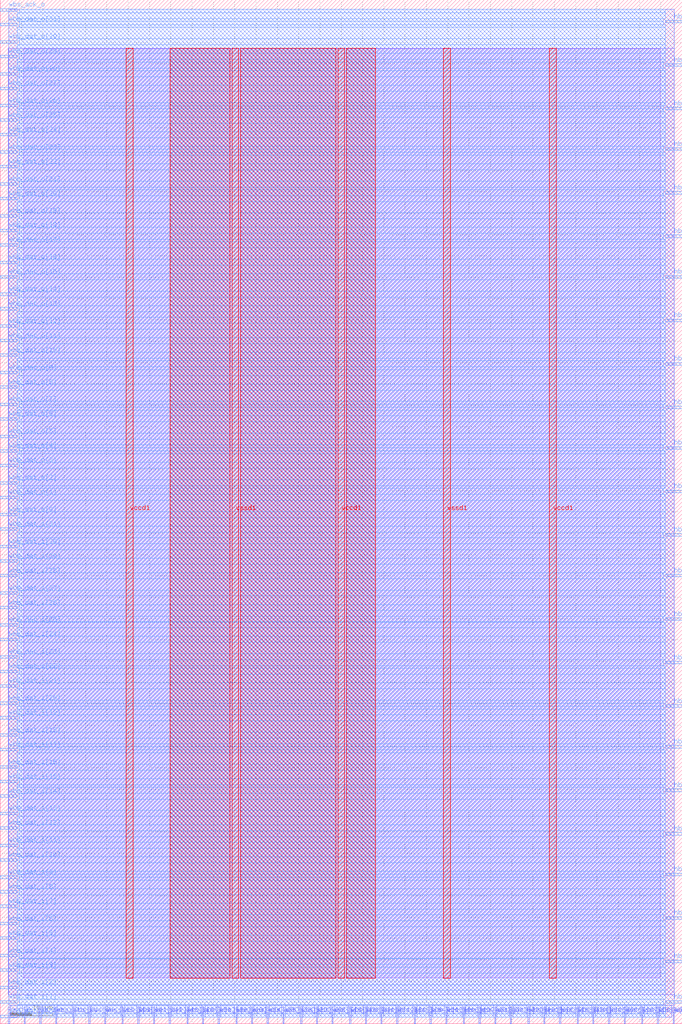
<source format=lef>
VERSION 5.7 ;
  NOWIREEXTENSIONATPIN ON ;
  DIVIDERCHAR "/" ;
  BUSBITCHARS "[]" ;
MACRO wb_hyperram
  CLASS BLOCK ;
  FOREIGN wb_hyperram ;
  ORIGIN 0.000 0.000 ;
  SIZE 160.000 BY 240.000 ;
  PIN hb_clk_o
    DIRECTION OUTPUT TRISTATE ;
    USE SIGNAL ;
    PORT
      LAYER met3 ;
        RECT 156.000 24.520 160.000 25.120 ;
    END
  END hb_clk_o
  PIN hb_clkn_o
    DIRECTION OUTPUT TRISTATE ;
    USE SIGNAL ;
    PORT
      LAYER met3 ;
        RECT 156.000 34.720 160.000 35.320 ;
    END
  END hb_clkn_o
  PIN hb_csn_o
    DIRECTION OUTPUT TRISTATE ;
    USE SIGNAL ;
    PORT
      LAYER met3 ;
        RECT 156.000 14.320 160.000 14.920 ;
    END
  END hb_csn_o
  PIN hb_dq_i[0]
    DIRECTION INPUT ;
    USE SIGNAL ;
    PORT
      LAYER met3 ;
        RECT 156.000 164.600 160.000 165.200 ;
    END
  END hb_dq_i[0]
  PIN hb_dq_i[1]
    DIRECTION INPUT ;
    USE SIGNAL ;
    PORT
      LAYER met3 ;
        RECT 156.000 174.800 160.000 175.400 ;
    END
  END hb_dq_i[1]
  PIN hb_dq_i[2]
    DIRECTION INPUT ;
    USE SIGNAL ;
    PORT
      LAYER met3 ;
        RECT 156.000 184.320 160.000 184.920 ;
    END
  END hb_dq_i[2]
  PIN hb_dq_i[3]
    DIRECTION INPUT ;
    USE SIGNAL ;
    PORT
      LAYER met3 ;
        RECT 156.000 194.520 160.000 195.120 ;
    END
  END hb_dq_i[3]
  PIN hb_dq_i[4]
    DIRECTION INPUT ;
    USE SIGNAL ;
    PORT
      LAYER met3 ;
        RECT 156.000 204.720 160.000 205.320 ;
    END
  END hb_dq_i[4]
  PIN hb_dq_i[5]
    DIRECTION INPUT ;
    USE SIGNAL ;
    PORT
      LAYER met3 ;
        RECT 156.000 214.240 160.000 214.840 ;
    END
  END hb_dq_i[5]
  PIN hb_dq_i[6]
    DIRECTION INPUT ;
    USE SIGNAL ;
    PORT
      LAYER met3 ;
        RECT 156.000 224.440 160.000 225.040 ;
    END
  END hb_dq_i[6]
  PIN hb_dq_i[7]
    DIRECTION INPUT ;
    USE SIGNAL ;
    PORT
      LAYER met3 ;
        RECT 156.000 234.640 160.000 235.240 ;
    END
  END hb_dq_i[7]
  PIN hb_dq_o[0]
    DIRECTION OUTPUT TRISTATE ;
    USE SIGNAL ;
    PORT
      LAYER met3 ;
        RECT 156.000 74.160 160.000 74.760 ;
    END
  END hb_dq_o[0]
  PIN hb_dq_o[1]
    DIRECTION OUTPUT TRISTATE ;
    USE SIGNAL ;
    PORT
      LAYER met3 ;
        RECT 156.000 84.360 160.000 84.960 ;
    END
  END hb_dq_o[1]
  PIN hb_dq_o[2]
    DIRECTION OUTPUT TRISTATE ;
    USE SIGNAL ;
    PORT
      LAYER met3 ;
        RECT 156.000 94.560 160.000 95.160 ;
    END
  END hb_dq_o[2]
  PIN hb_dq_o[3]
    DIRECTION OUTPUT TRISTATE ;
    USE SIGNAL ;
    PORT
      LAYER met3 ;
        RECT 156.000 104.760 160.000 105.360 ;
    END
  END hb_dq_o[3]
  PIN hb_dq_o[4]
    DIRECTION OUTPUT TRISTATE ;
    USE SIGNAL ;
    PORT
      LAYER met3 ;
        RECT 156.000 114.280 160.000 114.880 ;
    END
  END hb_dq_o[4]
  PIN hb_dq_o[5]
    DIRECTION OUTPUT TRISTATE ;
    USE SIGNAL ;
    PORT
      LAYER met3 ;
        RECT 156.000 124.480 160.000 125.080 ;
    END
  END hb_dq_o[5]
  PIN hb_dq_o[6]
    DIRECTION OUTPUT TRISTATE ;
    USE SIGNAL ;
    PORT
      LAYER met3 ;
        RECT 156.000 134.680 160.000 135.280 ;
    END
  END hb_dq_o[6]
  PIN hb_dq_o[7]
    DIRECTION OUTPUT TRISTATE ;
    USE SIGNAL ;
    PORT
      LAYER met3 ;
        RECT 156.000 144.200 160.000 144.800 ;
    END
  END hb_dq_o[7]
  PIN hb_dq_oen
    DIRECTION OUTPUT TRISTATE ;
    USE SIGNAL ;
    PORT
      LAYER met3 ;
        RECT 156.000 64.640 160.000 65.240 ;
    END
  END hb_dq_oen
  PIN hb_rstn_o
    DIRECTION OUTPUT TRISTATE ;
    USE SIGNAL ;
    PORT
      LAYER met3 ;
        RECT 156.000 4.800 160.000 5.400 ;
    END
  END hb_rstn_o
  PIN hb_rwds_i
    DIRECTION INPUT ;
    USE SIGNAL ;
    PORT
      LAYER met3 ;
        RECT 156.000 154.400 160.000 155.000 ;
    END
  END hb_rwds_i
  PIN hb_rwds_o
    DIRECTION OUTPUT TRISTATE ;
    USE SIGNAL ;
    PORT
      LAYER met3 ;
        RECT 156.000 44.240 160.000 44.840 ;
    END
  END hb_rwds_o
  PIN hb_rwds_oen
    DIRECTION OUTPUT TRISTATE ;
    USE SIGNAL ;
    PORT
      LAYER met3 ;
        RECT 156.000 54.440 160.000 55.040 ;
    END
  END hb_rwds_oen
  PIN rst_i
    DIRECTION INPUT ;
    USE SIGNAL ;
    PORT
      LAYER met2 ;
        RECT 1.930 0.000 2.210 4.000 ;
    END
  END rst_i
  PIN vccd1
    DIRECTION INPUT ;
    USE POWER ;
    PORT
      LAYER met4 ;
        RECT 29.545 10.640 31.145 228.720 ;
    END
    PORT
      LAYER met4 ;
        RECT 79.195 10.640 80.795 228.720 ;
    END
    PORT
      LAYER met4 ;
        RECT 128.850 10.640 130.450 228.720 ;
    END
  END vccd1
  PIN vssd1
    DIRECTION INPUT ;
    USE GROUND ;
    PORT
      LAYER met4 ;
        RECT 54.370 10.640 55.970 228.720 ;
    END
    PORT
      LAYER met4 ;
        RECT 104.025 10.640 105.625 228.720 ;
    END
  END vssd1
  PIN wb_clk_i
    DIRECTION INPUT ;
    USE SIGNAL ;
    PORT
      LAYER met2 ;
        RECT 5.610 0.000 5.890 4.000 ;
    END
  END wb_clk_i
  PIN wb_rst_i
    DIRECTION INPUT ;
    USE SIGNAL ;
    PORT
      LAYER met2 ;
        RECT 9.290 0.000 9.570 4.000 ;
    END
  END wb_rst_i
  PIN wbs_ack_o
    DIRECTION OUTPUT TRISTATE ;
    USE SIGNAL ;
    PORT
      LAYER met3 ;
        RECT 0.000 237.360 4.000 237.960 ;
    END
  END wbs_ack_o
  PIN wbs_adr_i[0]
    DIRECTION INPUT ;
    USE SIGNAL ;
    PORT
      LAYER met2 ;
        RECT 39.650 0.000 39.930 4.000 ;
    END
  END wbs_adr_i[0]
  PIN wbs_adr_i[10]
    DIRECTION INPUT ;
    USE SIGNAL ;
    PORT
      LAYER met2 ;
        RECT 77.830 0.000 78.110 4.000 ;
    END
  END wbs_adr_i[10]
  PIN wbs_adr_i[11]
    DIRECTION INPUT ;
    USE SIGNAL ;
    PORT
      LAYER met2 ;
        RECT 81.970 0.000 82.250 4.000 ;
    END
  END wbs_adr_i[11]
  PIN wbs_adr_i[12]
    DIRECTION INPUT ;
    USE SIGNAL ;
    PORT
      LAYER met2 ;
        RECT 85.650 0.000 85.930 4.000 ;
    END
  END wbs_adr_i[12]
  PIN wbs_adr_i[13]
    DIRECTION INPUT ;
    USE SIGNAL ;
    PORT
      LAYER met2 ;
        RECT 89.330 0.000 89.610 4.000 ;
    END
  END wbs_adr_i[13]
  PIN wbs_adr_i[14]
    DIRECTION INPUT ;
    USE SIGNAL ;
    PORT
      LAYER met2 ;
        RECT 93.010 0.000 93.290 4.000 ;
    END
  END wbs_adr_i[14]
  PIN wbs_adr_i[15]
    DIRECTION INPUT ;
    USE SIGNAL ;
    PORT
      LAYER met2 ;
        RECT 97.150 0.000 97.430 4.000 ;
    END
  END wbs_adr_i[15]
  PIN wbs_adr_i[16]
    DIRECTION INPUT ;
    USE SIGNAL ;
    PORT
      LAYER met2 ;
        RECT 100.830 0.000 101.110 4.000 ;
    END
  END wbs_adr_i[16]
  PIN wbs_adr_i[17]
    DIRECTION INPUT ;
    USE SIGNAL ;
    PORT
      LAYER met2 ;
        RECT 104.510 0.000 104.790 4.000 ;
    END
  END wbs_adr_i[17]
  PIN wbs_adr_i[18]
    DIRECTION INPUT ;
    USE SIGNAL ;
    PORT
      LAYER met2 ;
        RECT 108.650 0.000 108.930 4.000 ;
    END
  END wbs_adr_i[18]
  PIN wbs_adr_i[19]
    DIRECTION INPUT ;
    USE SIGNAL ;
    PORT
      LAYER met2 ;
        RECT 112.330 0.000 112.610 4.000 ;
    END
  END wbs_adr_i[19]
  PIN wbs_adr_i[1]
    DIRECTION INPUT ;
    USE SIGNAL ;
    PORT
      LAYER met2 ;
        RECT 43.790 0.000 44.070 4.000 ;
    END
  END wbs_adr_i[1]
  PIN wbs_adr_i[20]
    DIRECTION INPUT ;
    USE SIGNAL ;
    PORT
      LAYER met2 ;
        RECT 116.010 0.000 116.290 4.000 ;
    END
  END wbs_adr_i[20]
  PIN wbs_adr_i[21]
    DIRECTION INPUT ;
    USE SIGNAL ;
    PORT
      LAYER met2 ;
        RECT 119.690 0.000 119.970 4.000 ;
    END
  END wbs_adr_i[21]
  PIN wbs_adr_i[22]
    DIRECTION INPUT ;
    USE SIGNAL ;
    PORT
      LAYER met2 ;
        RECT 123.830 0.000 124.110 4.000 ;
    END
  END wbs_adr_i[22]
  PIN wbs_adr_i[23]
    DIRECTION INPUT ;
    USE SIGNAL ;
    PORT
      LAYER met2 ;
        RECT 127.510 0.000 127.790 4.000 ;
    END
  END wbs_adr_i[23]
  PIN wbs_adr_i[24]
    DIRECTION INPUT ;
    USE SIGNAL ;
    PORT
      LAYER met2 ;
        RECT 131.190 0.000 131.470 4.000 ;
    END
  END wbs_adr_i[24]
  PIN wbs_adr_i[25]
    DIRECTION INPUT ;
    USE SIGNAL ;
    PORT
      LAYER met2 ;
        RECT 135.330 0.000 135.610 4.000 ;
    END
  END wbs_adr_i[25]
  PIN wbs_adr_i[26]
    DIRECTION INPUT ;
    USE SIGNAL ;
    PORT
      LAYER met2 ;
        RECT 139.010 0.000 139.290 4.000 ;
    END
  END wbs_adr_i[26]
  PIN wbs_adr_i[27]
    DIRECTION INPUT ;
    USE SIGNAL ;
    PORT
      LAYER met2 ;
        RECT 142.690 0.000 142.970 4.000 ;
    END
  END wbs_adr_i[27]
  PIN wbs_adr_i[28]
    DIRECTION INPUT ;
    USE SIGNAL ;
    PORT
      LAYER met2 ;
        RECT 146.370 0.000 146.650 4.000 ;
    END
  END wbs_adr_i[28]
  PIN wbs_adr_i[29]
    DIRECTION INPUT ;
    USE SIGNAL ;
    PORT
      LAYER met2 ;
        RECT 150.510 0.000 150.790 4.000 ;
    END
  END wbs_adr_i[29]
  PIN wbs_adr_i[2]
    DIRECTION INPUT ;
    USE SIGNAL ;
    PORT
      LAYER met2 ;
        RECT 47.470 0.000 47.750 4.000 ;
    END
  END wbs_adr_i[2]
  PIN wbs_adr_i[30]
    DIRECTION INPUT ;
    USE SIGNAL ;
    PORT
      LAYER met2 ;
        RECT 154.190 0.000 154.470 4.000 ;
    END
  END wbs_adr_i[30]
  PIN wbs_adr_i[31]
    DIRECTION INPUT ;
    USE SIGNAL ;
    PORT
      LAYER met2 ;
        RECT 157.870 0.000 158.150 4.000 ;
    END
  END wbs_adr_i[31]
  PIN wbs_adr_i[3]
    DIRECTION INPUT ;
    USE SIGNAL ;
    PORT
      LAYER met2 ;
        RECT 51.150 0.000 51.430 4.000 ;
    END
  END wbs_adr_i[3]
  PIN wbs_adr_i[4]
    DIRECTION INPUT ;
    USE SIGNAL ;
    PORT
      LAYER met2 ;
        RECT 55.290 0.000 55.570 4.000 ;
    END
  END wbs_adr_i[4]
  PIN wbs_adr_i[5]
    DIRECTION INPUT ;
    USE SIGNAL ;
    PORT
      LAYER met2 ;
        RECT 58.970 0.000 59.250 4.000 ;
    END
  END wbs_adr_i[5]
  PIN wbs_adr_i[6]
    DIRECTION INPUT ;
    USE SIGNAL ;
    PORT
      LAYER met2 ;
        RECT 62.650 0.000 62.930 4.000 ;
    END
  END wbs_adr_i[6]
  PIN wbs_adr_i[7]
    DIRECTION INPUT ;
    USE SIGNAL ;
    PORT
      LAYER met2 ;
        RECT 66.330 0.000 66.610 4.000 ;
    END
  END wbs_adr_i[7]
  PIN wbs_adr_i[8]
    DIRECTION INPUT ;
    USE SIGNAL ;
    PORT
      LAYER met2 ;
        RECT 70.470 0.000 70.750 4.000 ;
    END
  END wbs_adr_i[8]
  PIN wbs_adr_i[9]
    DIRECTION INPUT ;
    USE SIGNAL ;
    PORT
      LAYER met2 ;
        RECT 74.150 0.000 74.430 4.000 ;
    END
  END wbs_adr_i[9]
  PIN wbs_cyc_i
    DIRECTION INPUT ;
    USE SIGNAL ;
    PORT
      LAYER met2 ;
        RECT 17.110 0.000 17.390 4.000 ;
    END
  END wbs_cyc_i
  PIN wbs_dat_i[0]
    DIRECTION INPUT ;
    USE SIGNAL ;
    PORT
      LAYER met3 ;
        RECT 0.000 1.400 4.000 2.000 ;
    END
  END wbs_dat_i[0]
  PIN wbs_dat_i[10]
    DIRECTION INPUT ;
    USE SIGNAL ;
    PORT
      LAYER met3 ;
        RECT 0.000 38.120 4.000 38.720 ;
    END
  END wbs_dat_i[10]
  PIN wbs_dat_i[11]
    DIRECTION INPUT ;
    USE SIGNAL ;
    PORT
      LAYER met3 ;
        RECT 0.000 41.520 4.000 42.120 ;
    END
  END wbs_dat_i[11]
  PIN wbs_dat_i[12]
    DIRECTION INPUT ;
    USE SIGNAL ;
    PORT
      LAYER met3 ;
        RECT 0.000 45.600 4.000 46.200 ;
    END
  END wbs_dat_i[12]
  PIN wbs_dat_i[13]
    DIRECTION INPUT ;
    USE SIGNAL ;
    PORT
      LAYER met3 ;
        RECT 0.000 49.000 4.000 49.600 ;
    END
  END wbs_dat_i[13]
  PIN wbs_dat_i[14]
    DIRECTION INPUT ;
    USE SIGNAL ;
    PORT
      LAYER met3 ;
        RECT 0.000 53.080 4.000 53.680 ;
    END
  END wbs_dat_i[14]
  PIN wbs_dat_i[15]
    DIRECTION INPUT ;
    USE SIGNAL ;
    PORT
      LAYER met3 ;
        RECT 0.000 56.480 4.000 57.080 ;
    END
  END wbs_dat_i[15]
  PIN wbs_dat_i[16]
    DIRECTION INPUT ;
    USE SIGNAL ;
    PORT
      LAYER met3 ;
        RECT 0.000 59.880 4.000 60.480 ;
    END
  END wbs_dat_i[16]
  PIN wbs_dat_i[17]
    DIRECTION INPUT ;
    USE SIGNAL ;
    PORT
      LAYER met3 ;
        RECT 0.000 63.960 4.000 64.560 ;
    END
  END wbs_dat_i[17]
  PIN wbs_dat_i[18]
    DIRECTION INPUT ;
    USE SIGNAL ;
    PORT
      LAYER met3 ;
        RECT 0.000 67.360 4.000 67.960 ;
    END
  END wbs_dat_i[18]
  PIN wbs_dat_i[19]
    DIRECTION INPUT ;
    USE SIGNAL ;
    PORT
      LAYER met3 ;
        RECT 0.000 71.440 4.000 72.040 ;
    END
  END wbs_dat_i[19]
  PIN wbs_dat_i[1]
    DIRECTION INPUT ;
    USE SIGNAL ;
    PORT
      LAYER met3 ;
        RECT 0.000 4.800 4.000 5.400 ;
    END
  END wbs_dat_i[1]
  PIN wbs_dat_i[20]
    DIRECTION INPUT ;
    USE SIGNAL ;
    PORT
      LAYER met3 ;
        RECT 0.000 74.840 4.000 75.440 ;
    END
  END wbs_dat_i[20]
  PIN wbs_dat_i[21]
    DIRECTION INPUT ;
    USE SIGNAL ;
    PORT
      LAYER met3 ;
        RECT 0.000 78.920 4.000 79.520 ;
    END
  END wbs_dat_i[21]
  PIN wbs_dat_i[22]
    DIRECTION INPUT ;
    USE SIGNAL ;
    PORT
      LAYER met3 ;
        RECT 0.000 82.320 4.000 82.920 ;
    END
  END wbs_dat_i[22]
  PIN wbs_dat_i[23]
    DIRECTION INPUT ;
    USE SIGNAL ;
    PORT
      LAYER met3 ;
        RECT 0.000 85.720 4.000 86.320 ;
    END
  END wbs_dat_i[23]
  PIN wbs_dat_i[24]
    DIRECTION INPUT ;
    USE SIGNAL ;
    PORT
      LAYER met3 ;
        RECT 0.000 89.800 4.000 90.400 ;
    END
  END wbs_dat_i[24]
  PIN wbs_dat_i[25]
    DIRECTION INPUT ;
    USE SIGNAL ;
    PORT
      LAYER met3 ;
        RECT 0.000 93.200 4.000 93.800 ;
    END
  END wbs_dat_i[25]
  PIN wbs_dat_i[26]
    DIRECTION INPUT ;
    USE SIGNAL ;
    PORT
      LAYER met3 ;
        RECT 0.000 97.280 4.000 97.880 ;
    END
  END wbs_dat_i[26]
  PIN wbs_dat_i[27]
    DIRECTION INPUT ;
    USE SIGNAL ;
    PORT
      LAYER met3 ;
        RECT 0.000 100.680 4.000 101.280 ;
    END
  END wbs_dat_i[27]
  PIN wbs_dat_i[28]
    DIRECTION INPUT ;
    USE SIGNAL ;
    PORT
      LAYER met3 ;
        RECT 0.000 104.760 4.000 105.360 ;
    END
  END wbs_dat_i[28]
  PIN wbs_dat_i[29]
    DIRECTION INPUT ;
    USE SIGNAL ;
    PORT
      LAYER met3 ;
        RECT 0.000 108.160 4.000 108.760 ;
    END
  END wbs_dat_i[29]
  PIN wbs_dat_i[2]
    DIRECTION INPUT ;
    USE SIGNAL ;
    PORT
      LAYER met3 ;
        RECT 0.000 8.200 4.000 8.800 ;
    END
  END wbs_dat_i[2]
  PIN wbs_dat_i[30]
    DIRECTION INPUT ;
    USE SIGNAL ;
    PORT
      LAYER met3 ;
        RECT 0.000 111.560 4.000 112.160 ;
    END
  END wbs_dat_i[30]
  PIN wbs_dat_i[31]
    DIRECTION INPUT ;
    USE SIGNAL ;
    PORT
      LAYER met3 ;
        RECT 0.000 115.640 4.000 116.240 ;
    END
  END wbs_dat_i[31]
  PIN wbs_dat_i[3]
    DIRECTION INPUT ;
    USE SIGNAL ;
    PORT
      LAYER met3 ;
        RECT 0.000 12.280 4.000 12.880 ;
    END
  END wbs_dat_i[3]
  PIN wbs_dat_i[4]
    DIRECTION INPUT ;
    USE SIGNAL ;
    PORT
      LAYER met3 ;
        RECT 0.000 15.680 4.000 16.280 ;
    END
  END wbs_dat_i[4]
  PIN wbs_dat_i[5]
    DIRECTION INPUT ;
    USE SIGNAL ;
    PORT
      LAYER met3 ;
        RECT 0.000 19.760 4.000 20.360 ;
    END
  END wbs_dat_i[5]
  PIN wbs_dat_i[6]
    DIRECTION INPUT ;
    USE SIGNAL ;
    PORT
      LAYER met3 ;
        RECT 0.000 23.160 4.000 23.760 ;
    END
  END wbs_dat_i[6]
  PIN wbs_dat_i[7]
    DIRECTION INPUT ;
    USE SIGNAL ;
    PORT
      LAYER met3 ;
        RECT 0.000 27.240 4.000 27.840 ;
    END
  END wbs_dat_i[7]
  PIN wbs_dat_i[8]
    DIRECTION INPUT ;
    USE SIGNAL ;
    PORT
      LAYER met3 ;
        RECT 0.000 30.640 4.000 31.240 ;
    END
  END wbs_dat_i[8]
  PIN wbs_dat_i[9]
    DIRECTION INPUT ;
    USE SIGNAL ;
    PORT
      LAYER met3 ;
        RECT 0.000 34.040 4.000 34.640 ;
    END
  END wbs_dat_i[9]
  PIN wbs_dat_o[0]
    DIRECTION OUTPUT TRISTATE ;
    USE SIGNAL ;
    PORT
      LAYER met3 ;
        RECT 0.000 119.040 4.000 119.640 ;
    END
  END wbs_dat_o[0]
  PIN wbs_dat_o[10]
    DIRECTION OUTPUT TRISTATE ;
    USE SIGNAL ;
    PORT
      LAYER met3 ;
        RECT 0.000 156.440 4.000 157.040 ;
    END
  END wbs_dat_o[10]
  PIN wbs_dat_o[11]
    DIRECTION OUTPUT TRISTATE ;
    USE SIGNAL ;
    PORT
      LAYER met3 ;
        RECT 0.000 159.840 4.000 160.440 ;
    END
  END wbs_dat_o[11]
  PIN wbs_dat_o[12]
    DIRECTION OUTPUT TRISTATE ;
    USE SIGNAL ;
    PORT
      LAYER met3 ;
        RECT 0.000 163.240 4.000 163.840 ;
    END
  END wbs_dat_o[12]
  PIN wbs_dat_o[13]
    DIRECTION OUTPUT TRISTATE ;
    USE SIGNAL ;
    PORT
      LAYER met3 ;
        RECT 0.000 167.320 4.000 167.920 ;
    END
  END wbs_dat_o[13]
  PIN wbs_dat_o[14]
    DIRECTION OUTPUT TRISTATE ;
    USE SIGNAL ;
    PORT
      LAYER met3 ;
        RECT 0.000 170.720 4.000 171.320 ;
    END
  END wbs_dat_o[14]
  PIN wbs_dat_o[15]
    DIRECTION OUTPUT TRISTATE ;
    USE SIGNAL ;
    PORT
      LAYER met3 ;
        RECT 0.000 174.800 4.000 175.400 ;
    END
  END wbs_dat_o[15]
  PIN wbs_dat_o[16]
    DIRECTION OUTPUT TRISTATE ;
    USE SIGNAL ;
    PORT
      LAYER met3 ;
        RECT 0.000 178.200 4.000 178.800 ;
    END
  END wbs_dat_o[16]
  PIN wbs_dat_o[17]
    DIRECTION OUTPUT TRISTATE ;
    USE SIGNAL ;
    PORT
      LAYER met3 ;
        RECT 0.000 182.280 4.000 182.880 ;
    END
  END wbs_dat_o[17]
  PIN wbs_dat_o[18]
    DIRECTION OUTPUT TRISTATE ;
    USE SIGNAL ;
    PORT
      LAYER met3 ;
        RECT 0.000 185.680 4.000 186.280 ;
    END
  END wbs_dat_o[18]
  PIN wbs_dat_o[19]
    DIRECTION OUTPUT TRISTATE ;
    USE SIGNAL ;
    PORT
      LAYER met3 ;
        RECT 0.000 189.080 4.000 189.680 ;
    END
  END wbs_dat_o[19]
  PIN wbs_dat_o[1]
    DIRECTION OUTPUT TRISTATE ;
    USE SIGNAL ;
    PORT
      LAYER met3 ;
        RECT 0.000 123.120 4.000 123.720 ;
    END
  END wbs_dat_o[1]
  PIN wbs_dat_o[20]
    DIRECTION OUTPUT TRISTATE ;
    USE SIGNAL ;
    PORT
      LAYER met3 ;
        RECT 0.000 193.160 4.000 193.760 ;
    END
  END wbs_dat_o[20]
  PIN wbs_dat_o[21]
    DIRECTION OUTPUT TRISTATE ;
    USE SIGNAL ;
    PORT
      LAYER met3 ;
        RECT 0.000 196.560 4.000 197.160 ;
    END
  END wbs_dat_o[21]
  PIN wbs_dat_o[22]
    DIRECTION OUTPUT TRISTATE ;
    USE SIGNAL ;
    PORT
      LAYER met3 ;
        RECT 0.000 200.640 4.000 201.240 ;
    END
  END wbs_dat_o[22]
  PIN wbs_dat_o[23]
    DIRECTION OUTPUT TRISTATE ;
    USE SIGNAL ;
    PORT
      LAYER met3 ;
        RECT 0.000 204.040 4.000 204.640 ;
    END
  END wbs_dat_o[23]
  PIN wbs_dat_o[24]
    DIRECTION OUTPUT TRISTATE ;
    USE SIGNAL ;
    PORT
      LAYER met3 ;
        RECT 0.000 208.120 4.000 208.720 ;
    END
  END wbs_dat_o[24]
  PIN wbs_dat_o[25]
    DIRECTION OUTPUT TRISTATE ;
    USE SIGNAL ;
    PORT
      LAYER met3 ;
        RECT 0.000 211.520 4.000 212.120 ;
    END
  END wbs_dat_o[25]
  PIN wbs_dat_o[26]
    DIRECTION OUTPUT TRISTATE ;
    USE SIGNAL ;
    PORT
      LAYER met3 ;
        RECT 0.000 214.920 4.000 215.520 ;
    END
  END wbs_dat_o[26]
  PIN wbs_dat_o[27]
    DIRECTION OUTPUT TRISTATE ;
    USE SIGNAL ;
    PORT
      LAYER met3 ;
        RECT 0.000 219.000 4.000 219.600 ;
    END
  END wbs_dat_o[27]
  PIN wbs_dat_o[28]
    DIRECTION OUTPUT TRISTATE ;
    USE SIGNAL ;
    PORT
      LAYER met3 ;
        RECT 0.000 222.400 4.000 223.000 ;
    END
  END wbs_dat_o[28]
  PIN wbs_dat_o[29]
    DIRECTION OUTPUT TRISTATE ;
    USE SIGNAL ;
    PORT
      LAYER met3 ;
        RECT 0.000 226.480 4.000 227.080 ;
    END
  END wbs_dat_o[29]
  PIN wbs_dat_o[2]
    DIRECTION OUTPUT TRISTATE ;
    USE SIGNAL ;
    PORT
      LAYER met3 ;
        RECT 0.000 126.520 4.000 127.120 ;
    END
  END wbs_dat_o[2]
  PIN wbs_dat_o[30]
    DIRECTION OUTPUT TRISTATE ;
    USE SIGNAL ;
    PORT
      LAYER met3 ;
        RECT 0.000 229.880 4.000 230.480 ;
    END
  END wbs_dat_o[30]
  PIN wbs_dat_o[31]
    DIRECTION OUTPUT TRISTATE ;
    USE SIGNAL ;
    PORT
      LAYER met3 ;
        RECT 0.000 233.960 4.000 234.560 ;
    END
  END wbs_dat_o[31]
  PIN wbs_dat_o[3]
    DIRECTION OUTPUT TRISTATE ;
    USE SIGNAL ;
    PORT
      LAYER met3 ;
        RECT 0.000 130.600 4.000 131.200 ;
    END
  END wbs_dat_o[3]
  PIN wbs_dat_o[4]
    DIRECTION OUTPUT TRISTATE ;
    USE SIGNAL ;
    PORT
      LAYER met3 ;
        RECT 0.000 134.000 4.000 134.600 ;
    END
  END wbs_dat_o[4]
  PIN wbs_dat_o[5]
    DIRECTION OUTPUT TRISTATE ;
    USE SIGNAL ;
    PORT
      LAYER met3 ;
        RECT 0.000 137.400 4.000 138.000 ;
    END
  END wbs_dat_o[5]
  PIN wbs_dat_o[6]
    DIRECTION OUTPUT TRISTATE ;
    USE SIGNAL ;
    PORT
      LAYER met3 ;
        RECT 0.000 141.480 4.000 142.080 ;
    END
  END wbs_dat_o[6]
  PIN wbs_dat_o[7]
    DIRECTION OUTPUT TRISTATE ;
    USE SIGNAL ;
    PORT
      LAYER met3 ;
        RECT 0.000 144.880 4.000 145.480 ;
    END
  END wbs_dat_o[7]
  PIN wbs_dat_o[8]
    DIRECTION OUTPUT TRISTATE ;
    USE SIGNAL ;
    PORT
      LAYER met3 ;
        RECT 0.000 148.960 4.000 149.560 ;
    END
  END wbs_dat_o[8]
  PIN wbs_dat_o[9]
    DIRECTION OUTPUT TRISTATE ;
    USE SIGNAL ;
    PORT
      LAYER met3 ;
        RECT 0.000 152.360 4.000 152.960 ;
    END
  END wbs_dat_o[9]
  PIN wbs_sel_i[0]
    DIRECTION INPUT ;
    USE SIGNAL ;
    PORT
      LAYER met2 ;
        RECT 24.470 0.000 24.750 4.000 ;
    END
  END wbs_sel_i[0]
  PIN wbs_sel_i[1]
    DIRECTION INPUT ;
    USE SIGNAL ;
    PORT
      LAYER met2 ;
        RECT 28.610 0.000 28.890 4.000 ;
    END
  END wbs_sel_i[1]
  PIN wbs_sel_i[2]
    DIRECTION INPUT ;
    USE SIGNAL ;
    PORT
      LAYER met2 ;
        RECT 32.290 0.000 32.570 4.000 ;
    END
  END wbs_sel_i[2]
  PIN wbs_sel_i[3]
    DIRECTION INPUT ;
    USE SIGNAL ;
    PORT
      LAYER met2 ;
        RECT 35.970 0.000 36.250 4.000 ;
    END
  END wbs_sel_i[3]
  PIN wbs_stb_i
    DIRECTION INPUT ;
    USE SIGNAL ;
    PORT
      LAYER met2 ;
        RECT 12.970 0.000 13.250 4.000 ;
    END
  END wbs_stb_i
  PIN wbs_we_i
    DIRECTION INPUT ;
    USE SIGNAL ;
    PORT
      LAYER met2 ;
        RECT 20.790 0.000 21.070 4.000 ;
    END
  END wbs_we_i
  OBS
      LAYER li1 ;
        RECT 5.520 10.795 154.875 228.565 ;
      LAYER met1 ;
        RECT 1.910 6.840 158.170 228.720 ;
      LAYER met2 ;
        RECT 1.940 4.280 158.140 237.845 ;
        RECT 2.490 1.515 5.330 4.280 ;
        RECT 6.170 1.515 9.010 4.280 ;
        RECT 9.850 1.515 12.690 4.280 ;
        RECT 13.530 1.515 16.830 4.280 ;
        RECT 17.670 1.515 20.510 4.280 ;
        RECT 21.350 1.515 24.190 4.280 ;
        RECT 25.030 1.515 28.330 4.280 ;
        RECT 29.170 1.515 32.010 4.280 ;
        RECT 32.850 1.515 35.690 4.280 ;
        RECT 36.530 1.515 39.370 4.280 ;
        RECT 40.210 1.515 43.510 4.280 ;
        RECT 44.350 1.515 47.190 4.280 ;
        RECT 48.030 1.515 50.870 4.280 ;
        RECT 51.710 1.515 55.010 4.280 ;
        RECT 55.850 1.515 58.690 4.280 ;
        RECT 59.530 1.515 62.370 4.280 ;
        RECT 63.210 1.515 66.050 4.280 ;
        RECT 66.890 1.515 70.190 4.280 ;
        RECT 71.030 1.515 73.870 4.280 ;
        RECT 74.710 1.515 77.550 4.280 ;
        RECT 78.390 1.515 81.690 4.280 ;
        RECT 82.530 1.515 85.370 4.280 ;
        RECT 86.210 1.515 89.050 4.280 ;
        RECT 89.890 1.515 92.730 4.280 ;
        RECT 93.570 1.515 96.870 4.280 ;
        RECT 97.710 1.515 100.550 4.280 ;
        RECT 101.390 1.515 104.230 4.280 ;
        RECT 105.070 1.515 108.370 4.280 ;
        RECT 109.210 1.515 112.050 4.280 ;
        RECT 112.890 1.515 115.730 4.280 ;
        RECT 116.570 1.515 119.410 4.280 ;
        RECT 120.250 1.515 123.550 4.280 ;
        RECT 124.390 1.515 127.230 4.280 ;
        RECT 128.070 1.515 130.910 4.280 ;
        RECT 131.750 1.515 135.050 4.280 ;
        RECT 135.890 1.515 138.730 4.280 ;
        RECT 139.570 1.515 142.410 4.280 ;
        RECT 143.250 1.515 146.090 4.280 ;
        RECT 146.930 1.515 150.230 4.280 ;
        RECT 151.070 1.515 153.910 4.280 ;
        RECT 154.750 1.515 157.590 4.280 ;
      LAYER met3 ;
        RECT 4.400 236.960 156.000 237.825 ;
        RECT 4.000 235.640 156.000 236.960 ;
        RECT 4.000 234.960 155.600 235.640 ;
        RECT 4.400 234.240 155.600 234.960 ;
        RECT 4.400 233.560 156.000 234.240 ;
        RECT 4.000 230.880 156.000 233.560 ;
        RECT 4.400 229.480 156.000 230.880 ;
        RECT 4.000 227.480 156.000 229.480 ;
        RECT 4.400 226.080 156.000 227.480 ;
        RECT 4.000 225.440 156.000 226.080 ;
        RECT 4.000 224.040 155.600 225.440 ;
        RECT 4.000 223.400 156.000 224.040 ;
        RECT 4.400 222.000 156.000 223.400 ;
        RECT 4.000 220.000 156.000 222.000 ;
        RECT 4.400 218.600 156.000 220.000 ;
        RECT 4.000 215.920 156.000 218.600 ;
        RECT 4.400 215.240 156.000 215.920 ;
        RECT 4.400 214.520 155.600 215.240 ;
        RECT 4.000 213.840 155.600 214.520 ;
        RECT 4.000 212.520 156.000 213.840 ;
        RECT 4.400 211.120 156.000 212.520 ;
        RECT 4.000 209.120 156.000 211.120 ;
        RECT 4.400 207.720 156.000 209.120 ;
        RECT 4.000 205.720 156.000 207.720 ;
        RECT 4.000 205.040 155.600 205.720 ;
        RECT 4.400 204.320 155.600 205.040 ;
        RECT 4.400 203.640 156.000 204.320 ;
        RECT 4.000 201.640 156.000 203.640 ;
        RECT 4.400 200.240 156.000 201.640 ;
        RECT 4.000 197.560 156.000 200.240 ;
        RECT 4.400 196.160 156.000 197.560 ;
        RECT 4.000 195.520 156.000 196.160 ;
        RECT 4.000 194.160 155.600 195.520 ;
        RECT 4.400 194.120 155.600 194.160 ;
        RECT 4.400 192.760 156.000 194.120 ;
        RECT 4.000 190.080 156.000 192.760 ;
        RECT 4.400 188.680 156.000 190.080 ;
        RECT 4.000 186.680 156.000 188.680 ;
        RECT 4.400 185.320 156.000 186.680 ;
        RECT 4.400 185.280 155.600 185.320 ;
        RECT 4.000 183.920 155.600 185.280 ;
        RECT 4.000 183.280 156.000 183.920 ;
        RECT 4.400 181.880 156.000 183.280 ;
        RECT 4.000 179.200 156.000 181.880 ;
        RECT 4.400 177.800 156.000 179.200 ;
        RECT 4.000 175.800 156.000 177.800 ;
        RECT 4.400 174.400 155.600 175.800 ;
        RECT 4.000 171.720 156.000 174.400 ;
        RECT 4.400 170.320 156.000 171.720 ;
        RECT 4.000 168.320 156.000 170.320 ;
        RECT 4.400 166.920 156.000 168.320 ;
        RECT 4.000 165.600 156.000 166.920 ;
        RECT 4.000 164.240 155.600 165.600 ;
        RECT 4.400 164.200 155.600 164.240 ;
        RECT 4.400 162.840 156.000 164.200 ;
        RECT 4.000 160.840 156.000 162.840 ;
        RECT 4.400 159.440 156.000 160.840 ;
        RECT 4.000 157.440 156.000 159.440 ;
        RECT 4.400 156.040 156.000 157.440 ;
        RECT 4.000 155.400 156.000 156.040 ;
        RECT 4.000 154.000 155.600 155.400 ;
        RECT 4.000 153.360 156.000 154.000 ;
        RECT 4.400 151.960 156.000 153.360 ;
        RECT 4.000 149.960 156.000 151.960 ;
        RECT 4.400 148.560 156.000 149.960 ;
        RECT 4.000 145.880 156.000 148.560 ;
        RECT 4.400 145.200 156.000 145.880 ;
        RECT 4.400 144.480 155.600 145.200 ;
        RECT 4.000 143.800 155.600 144.480 ;
        RECT 4.000 142.480 156.000 143.800 ;
        RECT 4.400 141.080 156.000 142.480 ;
        RECT 4.000 138.400 156.000 141.080 ;
        RECT 4.400 137.000 156.000 138.400 ;
        RECT 4.000 135.680 156.000 137.000 ;
        RECT 4.000 135.000 155.600 135.680 ;
        RECT 4.400 134.280 155.600 135.000 ;
        RECT 4.400 133.600 156.000 134.280 ;
        RECT 4.000 131.600 156.000 133.600 ;
        RECT 4.400 130.200 156.000 131.600 ;
        RECT 4.000 127.520 156.000 130.200 ;
        RECT 4.400 126.120 156.000 127.520 ;
        RECT 4.000 125.480 156.000 126.120 ;
        RECT 4.000 124.120 155.600 125.480 ;
        RECT 4.400 124.080 155.600 124.120 ;
        RECT 4.400 122.720 156.000 124.080 ;
        RECT 4.000 120.040 156.000 122.720 ;
        RECT 4.400 118.640 156.000 120.040 ;
        RECT 4.000 116.640 156.000 118.640 ;
        RECT 4.400 115.280 156.000 116.640 ;
        RECT 4.400 115.240 155.600 115.280 ;
        RECT 4.000 113.880 155.600 115.240 ;
        RECT 4.000 112.560 156.000 113.880 ;
        RECT 4.400 111.160 156.000 112.560 ;
        RECT 4.000 109.160 156.000 111.160 ;
        RECT 4.400 107.760 156.000 109.160 ;
        RECT 4.000 105.760 156.000 107.760 ;
        RECT 4.400 104.360 155.600 105.760 ;
        RECT 4.000 101.680 156.000 104.360 ;
        RECT 4.400 100.280 156.000 101.680 ;
        RECT 4.000 98.280 156.000 100.280 ;
        RECT 4.400 96.880 156.000 98.280 ;
        RECT 4.000 95.560 156.000 96.880 ;
        RECT 4.000 94.200 155.600 95.560 ;
        RECT 4.400 94.160 155.600 94.200 ;
        RECT 4.400 92.800 156.000 94.160 ;
        RECT 4.000 90.800 156.000 92.800 ;
        RECT 4.400 89.400 156.000 90.800 ;
        RECT 4.000 86.720 156.000 89.400 ;
        RECT 4.400 85.360 156.000 86.720 ;
        RECT 4.400 85.320 155.600 85.360 ;
        RECT 4.000 83.960 155.600 85.320 ;
        RECT 4.000 83.320 156.000 83.960 ;
        RECT 4.400 81.920 156.000 83.320 ;
        RECT 4.000 79.920 156.000 81.920 ;
        RECT 4.400 78.520 156.000 79.920 ;
        RECT 4.000 75.840 156.000 78.520 ;
        RECT 4.400 75.160 156.000 75.840 ;
        RECT 4.400 74.440 155.600 75.160 ;
        RECT 4.000 73.760 155.600 74.440 ;
        RECT 4.000 72.440 156.000 73.760 ;
        RECT 4.400 71.040 156.000 72.440 ;
        RECT 4.000 68.360 156.000 71.040 ;
        RECT 4.400 66.960 156.000 68.360 ;
        RECT 4.000 65.640 156.000 66.960 ;
        RECT 4.000 64.960 155.600 65.640 ;
        RECT 4.400 64.240 155.600 64.960 ;
        RECT 4.400 63.560 156.000 64.240 ;
        RECT 4.000 60.880 156.000 63.560 ;
        RECT 4.400 59.480 156.000 60.880 ;
        RECT 4.000 57.480 156.000 59.480 ;
        RECT 4.400 56.080 156.000 57.480 ;
        RECT 4.000 55.440 156.000 56.080 ;
        RECT 4.000 54.080 155.600 55.440 ;
        RECT 4.400 54.040 155.600 54.080 ;
        RECT 4.400 52.680 156.000 54.040 ;
        RECT 4.000 50.000 156.000 52.680 ;
        RECT 4.400 48.600 156.000 50.000 ;
        RECT 4.000 46.600 156.000 48.600 ;
        RECT 4.400 45.240 156.000 46.600 ;
        RECT 4.400 45.200 155.600 45.240 ;
        RECT 4.000 43.840 155.600 45.200 ;
        RECT 4.000 42.520 156.000 43.840 ;
        RECT 4.400 41.120 156.000 42.520 ;
        RECT 4.000 39.120 156.000 41.120 ;
        RECT 4.400 37.720 156.000 39.120 ;
        RECT 4.000 35.720 156.000 37.720 ;
        RECT 4.000 35.040 155.600 35.720 ;
        RECT 4.400 34.320 155.600 35.040 ;
        RECT 4.400 33.640 156.000 34.320 ;
        RECT 4.000 31.640 156.000 33.640 ;
        RECT 4.400 30.240 156.000 31.640 ;
        RECT 4.000 28.240 156.000 30.240 ;
        RECT 4.400 26.840 156.000 28.240 ;
        RECT 4.000 25.520 156.000 26.840 ;
        RECT 4.000 24.160 155.600 25.520 ;
        RECT 4.400 24.120 155.600 24.160 ;
        RECT 4.400 22.760 156.000 24.120 ;
        RECT 4.000 20.760 156.000 22.760 ;
        RECT 4.400 19.360 156.000 20.760 ;
        RECT 4.000 16.680 156.000 19.360 ;
        RECT 4.400 15.320 156.000 16.680 ;
        RECT 4.400 15.280 155.600 15.320 ;
        RECT 4.000 13.920 155.600 15.280 ;
        RECT 4.000 13.280 156.000 13.920 ;
        RECT 4.400 11.880 156.000 13.280 ;
        RECT 4.000 9.200 156.000 11.880 ;
        RECT 4.400 7.800 156.000 9.200 ;
        RECT 4.000 5.800 156.000 7.800 ;
        RECT 4.400 4.400 155.600 5.800 ;
        RECT 4.000 2.400 156.000 4.400 ;
        RECT 4.400 1.535 156.000 2.400 ;
      LAYER met4 ;
        RECT 39.855 10.640 53.970 228.720 ;
        RECT 56.370 10.640 78.795 228.720 ;
        RECT 81.195 10.640 88.025 228.720 ;
  END
END wb_hyperram
END LIBRARY


</source>
